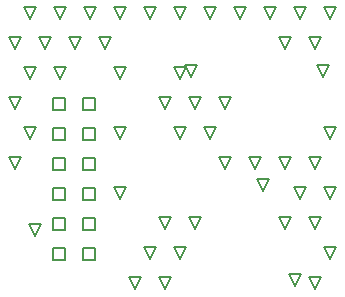
<source format=gbr>
%TF.GenerationSoftware,Altium Limited,Altium Designer,23.4.1 (23)*%
G04 Layer_Color=2752767*
%FSLAX26Y26*%
%MOIN*%
%TF.SameCoordinates,58D80696-3D7F-4981-BD36-B6FE397AE5C4*%
%TF.FilePolarity,Positive*%
%TF.FileFunction,Drawing*%
%TF.Part,Single*%
G01*
G75*
%TA.AperFunction,NonConductor*%
%ADD31C,0.005000*%
D31*
X1175000Y3385000D02*
Y3425000D01*
X1215000D01*
Y3385000D01*
X1175000D01*
X1275000D02*
Y3425000D01*
X1315000D01*
Y3385000D01*
X1275000D01*
X1175000Y3585000D02*
Y3625000D01*
X1215000D01*
Y3585000D01*
X1175000D01*
X1275000D02*
Y3625000D01*
X1315000D01*
Y3585000D01*
X1275000D01*
Y3685000D02*
Y3725000D01*
X1315000D01*
Y3685000D01*
X1275000D01*
X1175000D02*
Y3725000D01*
X1215000D01*
Y3685000D01*
X1175000D01*
X1275000Y3485000D02*
Y3525000D01*
X1315000D01*
Y3485000D01*
X1275000D01*
X1175000D02*
Y3525000D01*
X1215000D01*
Y3485000D01*
X1175000D01*
X1275000Y3285000D02*
Y3325000D01*
X1315000D01*
Y3285000D01*
X1275000D01*
Y3185000D02*
Y3225000D01*
X1315000D01*
Y3185000D01*
X1275000D01*
X1175000Y3285000D02*
Y3325000D01*
X1215000D01*
Y3285000D01*
X1175000D01*
Y3185000D02*
Y3225000D01*
X1215000D01*
Y3185000D01*
X1175000D01*
X2099000Y3988000D02*
X2079000Y4028000D01*
X2119000D01*
X2099000Y3988000D01*
X2049000Y3888000D02*
X2029000Y3928000D01*
X2069000D01*
X2049000Y3888000D01*
X2099000Y3588000D02*
X2079000Y3628000D01*
X2119000D01*
X2099000Y3588000D01*
X2049000Y3488000D02*
X2029000Y3528000D01*
X2069000D01*
X2049000Y3488000D01*
X2099000Y3388000D02*
X2079000Y3428000D01*
X2119000D01*
X2099000Y3388000D01*
X2049000Y3288000D02*
X2029000Y3328000D01*
X2069000D01*
X2049000Y3288000D01*
X2099000Y3188000D02*
X2079000Y3228000D01*
X2119000D01*
X2099000Y3188000D01*
X2049000Y3088000D02*
X2029000Y3128000D01*
X2069000D01*
X2049000Y3088000D01*
X1999000Y3988000D02*
X1979000Y4028000D01*
X2019000D01*
X1999000Y3988000D01*
X1949000Y3888000D02*
X1929000Y3928000D01*
X1969000D01*
X1949000Y3888000D01*
Y3488000D02*
X1929000Y3528000D01*
X1969000D01*
X1949000Y3488000D01*
X1999000Y3388000D02*
X1979000Y3428000D01*
X2019000D01*
X1999000Y3388000D01*
X1949000Y3288000D02*
X1929000Y3328000D01*
X1969000D01*
X1949000Y3288000D01*
X1899000Y3988000D02*
X1879000Y4028000D01*
X1919000D01*
X1899000Y3988000D01*
X1849000Y3488000D02*
X1829000Y3528000D01*
X1869000D01*
X1849000Y3488000D01*
X1799000Y3988000D02*
X1779000Y4028000D01*
X1819000D01*
X1799000Y3988000D01*
X1749000Y3688000D02*
X1729000Y3728000D01*
X1769000D01*
X1749000Y3688000D01*
Y3488000D02*
X1729000Y3528000D01*
X1769000D01*
X1749000Y3488000D01*
X1699000Y3988000D02*
X1679000Y4028000D01*
X1719000D01*
X1699000Y3988000D01*
X1649000Y3688000D02*
X1629000Y3728000D01*
X1669000D01*
X1649000Y3688000D01*
X1699000Y3588000D02*
X1679000Y3628000D01*
X1719000D01*
X1699000Y3588000D01*
X1649000Y3288000D02*
X1629000Y3328000D01*
X1669000D01*
X1649000Y3288000D01*
X1599000Y3988000D02*
X1579000Y4028000D01*
X1619000D01*
X1599000Y3988000D01*
Y3788000D02*
X1579000Y3828000D01*
X1619000D01*
X1599000Y3788000D01*
X1549000Y3688000D02*
X1529000Y3728000D01*
X1569000D01*
X1549000Y3688000D01*
X1599000Y3588000D02*
X1579000Y3628000D01*
X1619000D01*
X1599000Y3588000D01*
X1549000Y3288000D02*
X1529000Y3328000D01*
X1569000D01*
X1549000Y3288000D01*
X1599000Y3188000D02*
X1579000Y3228000D01*
X1619000D01*
X1599000Y3188000D01*
X1549000Y3088000D02*
X1529000Y3128000D01*
X1569000D01*
X1549000Y3088000D01*
X1499000Y3988000D02*
X1479000Y4028000D01*
X1519000D01*
X1499000Y3988000D01*
Y3188000D02*
X1479000Y3228000D01*
X1519000D01*
X1499000Y3188000D01*
X1449000Y3088000D02*
X1429000Y3128000D01*
X1469000D01*
X1449000Y3088000D01*
X1399000Y3988000D02*
X1379000Y4028000D01*
X1419000D01*
X1399000Y3988000D01*
X1349000Y3888000D02*
X1329000Y3928000D01*
X1369000D01*
X1349000Y3888000D01*
X1399000Y3788000D02*
X1379000Y3828000D01*
X1419000D01*
X1399000Y3788000D01*
Y3588000D02*
X1379000Y3628000D01*
X1419000D01*
X1399000Y3588000D01*
Y3388000D02*
X1379000Y3428000D01*
X1419000D01*
X1399000Y3388000D01*
X1299000Y3988000D02*
X1279000Y4028000D01*
X1319000D01*
X1299000Y3988000D01*
X1249000Y3888000D02*
X1229000Y3928000D01*
X1269000D01*
X1249000Y3888000D01*
X1199000Y3988000D02*
X1179000Y4028000D01*
X1219000D01*
X1199000Y3988000D01*
X1149000Y3888000D02*
X1129000Y3928000D01*
X1169000D01*
X1149000Y3888000D01*
X1199000Y3788000D02*
X1179000Y3828000D01*
X1219000D01*
X1199000Y3788000D01*
X1099000Y3988000D02*
X1079000Y4028000D01*
X1119000D01*
X1099000Y3988000D01*
X1049000Y3888000D02*
X1029000Y3928000D01*
X1069000D01*
X1049000Y3888000D01*
X1099000Y3788000D02*
X1079000Y3828000D01*
X1119000D01*
X1099000Y3788000D01*
X1049000Y3688000D02*
X1029000Y3728000D01*
X1069000D01*
X1049000Y3688000D01*
X1099000Y3588000D02*
X1079000Y3628000D01*
X1119000D01*
X1099000Y3588000D01*
X1049000Y3488000D02*
X1029000Y3528000D01*
X1069000D01*
X1049000Y3488000D01*
X1876000Y3415000D02*
X1856000Y3455000D01*
X1896000D01*
X1876000Y3415000D01*
X1983000Y3099000D02*
X1963000Y3139000D01*
X2003000D01*
X1983000Y3099000D01*
X1115000Y3265000D02*
X1095000Y3305000D01*
X1135000D01*
X1115000Y3265000D01*
X1635000Y3795000D02*
X1615000Y3835000D01*
X1655000D01*
X1635000Y3795000D01*
X2075000D02*
X2055000Y3835000D01*
X2095000D01*
X2075000Y3795000D01*
%TF.MD5,a12d5c4d493d33dc772d49ab241ddf82*%
M02*

</source>
